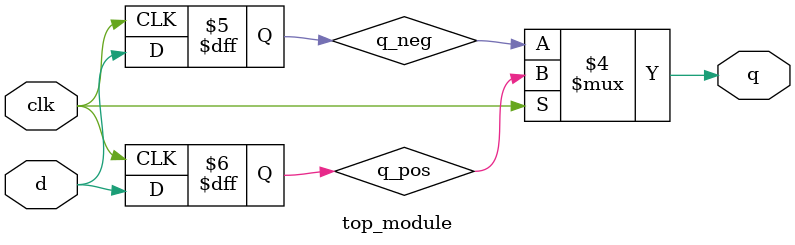
<source format=sv>
module top_module(
    input clk,
    input d,
    output reg q);

    reg q_pos, q_neg;

    always @(posedge clk) begin
        q_pos <= d;
    end

    always @(negedge clk) begin
        q_neg <= d;
    end

    always @* begin
        q = (clk) ? q_pos : q_neg;
    end

endmodule

</source>
